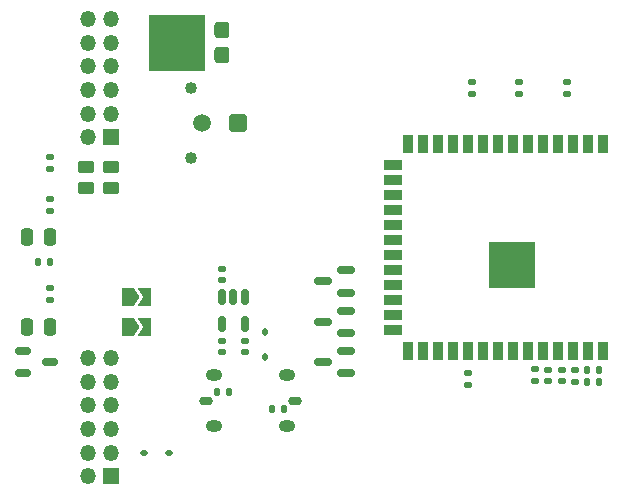
<source format=gbr>
%TF.GenerationSoftware,KiCad,Pcbnew,8.0.4*%
%TF.CreationDate,2024-08-25T16:24:30+03:00*%
%TF.ProjectId,OSSM-integrated-board,4f53534d-2d69-46e7-9465-677261746564,rev?*%
%TF.SameCoordinates,Original*%
%TF.FileFunction,Soldermask,Bot*%
%TF.FilePolarity,Negative*%
%FSLAX46Y46*%
G04 Gerber Fmt 4.6, Leading zero omitted, Abs format (unit mm)*
G04 Created by KiCad (PCBNEW 8.0.4) date 2024-08-25 16:24:30*
%MOMM*%
%LPD*%
G01*
G04 APERTURE LIST*
G04 Aperture macros list*
%AMRoundRect*
0 Rectangle with rounded corners*
0 $1 Rounding radius*
0 $2 $3 $4 $5 $6 $7 $8 $9 X,Y pos of 4 corners*
0 Add a 4 corners polygon primitive as box body*
4,1,4,$2,$3,$4,$5,$6,$7,$8,$9,$2,$3,0*
0 Add four circle primitives for the rounded corners*
1,1,$1+$1,$2,$3*
1,1,$1+$1,$4,$5*
1,1,$1+$1,$6,$7*
1,1,$1+$1,$8,$9*
0 Add four rect primitives between the rounded corners*
20,1,$1+$1,$2,$3,$4,$5,0*
20,1,$1+$1,$4,$5,$6,$7,0*
20,1,$1+$1,$6,$7,$8,$9,0*
20,1,$1+$1,$8,$9,$2,$3,0*%
%AMFreePoly0*
4,1,6,1.000000,0.000000,0.500000,-0.750000,-0.500000,-0.750000,-0.500000,0.750000,0.500000,0.750000,1.000000,0.000000,1.000000,0.000000,$1*%
%AMFreePoly1*
4,1,6,0.500000,-0.750000,-0.650000,-0.750000,-0.150000,0.000000,-0.650000,0.750000,0.500000,0.750000,0.500000,-0.750000,0.500000,-0.750000,$1*%
G04 Aperture macros list end*
%ADD10R,1.350000X1.350000*%
%ADD11O,1.350000X1.350000*%
%ADD12O,1.150000X0.750000*%
%ADD13O,1.400000X1.000000*%
%ADD14C,1.020000*%
%ADD15RoundRect,0.250001X-0.499999X0.499999X-0.499999X-0.499999X0.499999X-0.499999X0.499999X0.499999X0*%
%ADD16C,1.500000*%
%ADD17RoundRect,0.135000X-0.135000X-0.185000X0.135000X-0.185000X0.135000X0.185000X-0.135000X0.185000X0*%
%ADD18RoundRect,0.140000X-0.170000X0.140000X-0.170000X-0.140000X0.170000X-0.140000X0.170000X0.140000X0*%
%ADD19RoundRect,0.135000X-0.185000X0.135000X-0.185000X-0.135000X0.185000X-0.135000X0.185000X0.135000X0*%
%ADD20FreePoly0,0.000000*%
%ADD21FreePoly1,0.000000*%
%ADD22RoundRect,0.150000X-0.512500X-0.150000X0.512500X-0.150000X0.512500X0.150000X-0.512500X0.150000X0*%
%ADD23RoundRect,0.250000X0.450000X-0.262500X0.450000X0.262500X-0.450000X0.262500X-0.450000X-0.262500X0*%
%ADD24RoundRect,0.250000X0.250000X0.475000X-0.250000X0.475000X-0.250000X-0.475000X0.250000X-0.475000X0*%
%ADD25RoundRect,0.140000X0.170000X-0.140000X0.170000X0.140000X-0.170000X0.140000X-0.170000X-0.140000X0*%
%ADD26RoundRect,0.135000X0.185000X-0.135000X0.185000X0.135000X-0.185000X0.135000X-0.185000X-0.135000X0*%
%ADD27RoundRect,0.140000X-0.140000X-0.170000X0.140000X-0.170000X0.140000X0.170000X-0.140000X0.170000X0*%
%ADD28RoundRect,0.150000X-0.150000X0.512500X-0.150000X-0.512500X0.150000X-0.512500X0.150000X0.512500X0*%
%ADD29RoundRect,0.112500X-0.112500X0.187500X-0.112500X-0.187500X0.112500X-0.187500X0.112500X0.187500X0*%
%ADD30RoundRect,0.317500X0.317500X-0.382500X0.317500X0.382500X-0.317500X0.382500X-0.317500X-0.382500X0*%
%ADD31R,4.720000X4.800000*%
%ADD32RoundRect,0.150000X0.587500X0.150000X-0.587500X0.150000X-0.587500X-0.150000X0.587500X-0.150000X0*%
%ADD33RoundRect,0.135000X0.135000X0.185000X-0.135000X0.185000X-0.135000X-0.185000X0.135000X-0.185000X0*%
%ADD34RoundRect,0.250000X-0.250000X-0.475000X0.250000X-0.475000X0.250000X0.475000X-0.250000X0.475000X0*%
%ADD35RoundRect,0.250000X-0.450000X0.262500X-0.450000X-0.262500X0.450000X-0.262500X0.450000X0.262500X0*%
%ADD36R,0.900000X1.500000*%
%ADD37R,1.500000X0.900000*%
%ADD38C,0.600000*%
%ADD39R,3.900000X3.900000*%
%ADD40RoundRect,0.112500X0.187500X0.112500X-0.187500X0.112500X-0.187500X-0.112500X0.187500X-0.112500X0*%
G04 APERTURE END LIST*
D10*
%TO.C,J4*%
X100800000Y-101000000D03*
D11*
X98800000Y-101000000D03*
X100800000Y-99000000D03*
X98800000Y-99000000D03*
X100800000Y-97000000D03*
X98800000Y-97000000D03*
X100800000Y-95000000D03*
X98800000Y-95000000D03*
X100800000Y-93000000D03*
X98800000Y-93000000D03*
X100800000Y-91000000D03*
X98800000Y-91000000D03*
%TD*%
D10*
%TO.C,J5*%
X100800000Y-129700000D03*
D11*
X98800000Y-129700000D03*
X100800000Y-127700000D03*
X98800000Y-127700000D03*
X100800000Y-125700000D03*
X98800000Y-125700000D03*
X100800000Y-123700000D03*
X98800000Y-123700000D03*
X100800000Y-121700000D03*
X98800000Y-121700000D03*
X100800000Y-119700000D03*
X98800000Y-119700000D03*
%TD*%
D12*
%TO.C,J3*%
X108850000Y-123300000D03*
D13*
X109500000Y-121150000D03*
X109500000Y-125450000D03*
X115700000Y-121150000D03*
X115700000Y-125450000D03*
D12*
X116350000Y-123300000D03*
%TD*%
D14*
%TO.C,J1*%
X107560000Y-96800000D03*
X107560000Y-102800000D03*
D15*
X111500000Y-99800000D03*
D16*
X108500000Y-99800000D03*
%TD*%
D17*
%TO.C,R7*%
X114440000Y-124050000D03*
X115460000Y-124050000D03*
%TD*%
D18*
%TO.C,C4*%
X112100000Y-118232500D03*
X112100000Y-119192500D03*
%TD*%
D19*
%TO.C,R20*%
X95600000Y-106190000D03*
X95600000Y-107210000D03*
%TD*%
%TO.C,R21*%
X95600000Y-113752500D03*
X95600000Y-114772500D03*
%TD*%
D20*
%TO.C,JP2*%
X102225000Y-117100000D03*
D21*
X103675000Y-117100000D03*
%TD*%
D19*
%TO.C,R19*%
X95600000Y-102665000D03*
X95600000Y-103685000D03*
%TD*%
D18*
%TO.C,C23*%
X137750000Y-120670000D03*
X137750000Y-121630000D03*
%TD*%
D22*
%TO.C,D10*%
X93300000Y-120962500D03*
X93300000Y-119062500D03*
X95575000Y-120012500D03*
%TD*%
D19*
%TO.C,R17*%
X135350000Y-96340000D03*
X135350000Y-97360000D03*
%TD*%
D23*
%TO.C,R2*%
X100800000Y-105312500D03*
X100800000Y-103487500D03*
%TD*%
D24*
%TO.C,C14*%
X95600000Y-109462500D03*
X93700000Y-109462500D03*
%TD*%
D25*
%TO.C,C1*%
X110200000Y-113092500D03*
X110200000Y-112132500D03*
%TD*%
D26*
%TO.C,R29*%
X131350000Y-97310000D03*
X131350000Y-96290000D03*
%TD*%
D27*
%TO.C,C8*%
X141120000Y-121700000D03*
X142080000Y-121700000D03*
%TD*%
D19*
%TO.C,R12*%
X136700000Y-120640000D03*
X136700000Y-121660000D03*
%TD*%
D28*
%TO.C,U3*%
X110200000Y-114512500D03*
X111150000Y-114512500D03*
X112100000Y-114512500D03*
X112100000Y-116787500D03*
X110200000Y-116787500D03*
%TD*%
D29*
%TO.C,D2*%
X113850000Y-117500000D03*
X113850000Y-119600000D03*
%TD*%
D30*
%TO.C,D1*%
X110165000Y-94040000D03*
X110165000Y-91960000D03*
D31*
X106360000Y-93000000D03*
%TD*%
D19*
%TO.C,R27*%
X140050000Y-120690000D03*
X140050000Y-121710000D03*
%TD*%
%TO.C,R13*%
X131000000Y-120940000D03*
X131000000Y-121960000D03*
%TD*%
D32*
%TO.C,D6*%
X120637500Y-115687500D03*
X120637500Y-117587500D03*
X118762500Y-116637500D03*
%TD*%
D33*
%TO.C,R6*%
X110760000Y-122550000D03*
X109740000Y-122550000D03*
%TD*%
D32*
%TO.C,D5*%
X120637500Y-112250000D03*
X120637500Y-114150000D03*
X118762500Y-113200000D03*
%TD*%
D19*
%TO.C,R18*%
X139350000Y-96340000D03*
X139350000Y-97360000D03*
%TD*%
D20*
%TO.C,JP1*%
X102225000Y-114550000D03*
D21*
X103675000Y-114550000D03*
%TD*%
D34*
%TO.C,C15*%
X93700000Y-117062500D03*
X95600000Y-117062500D03*
%TD*%
D18*
%TO.C,C2*%
X110200000Y-118232500D03*
X110200000Y-119192500D03*
%TD*%
D33*
%TO.C,R22*%
X95610000Y-111562500D03*
X94590000Y-111562500D03*
%TD*%
D27*
%TO.C,C7*%
X141120000Y-120700000D03*
X142080000Y-120700000D03*
%TD*%
D18*
%TO.C,C22*%
X139000000Y-120670000D03*
X139000000Y-121630000D03*
%TD*%
D35*
%TO.C,R1*%
X98700000Y-103487500D03*
X98700000Y-105312500D03*
%TD*%
D36*
%TO.C,U1*%
X142410000Y-119100000D03*
X141140000Y-119100000D03*
X139870000Y-119100000D03*
X138600000Y-119100000D03*
X137330000Y-119100000D03*
X136060000Y-119100000D03*
X134790000Y-119100000D03*
X133520000Y-119100000D03*
X132250000Y-119100000D03*
X130980000Y-119100000D03*
X129710000Y-119100000D03*
X128440000Y-119100000D03*
X127170000Y-119100000D03*
X125900000Y-119100000D03*
D37*
X124650000Y-117335000D03*
X124650000Y-116065000D03*
X124650000Y-114795000D03*
X124650000Y-113525000D03*
X124650000Y-112255000D03*
X124650000Y-110985000D03*
X124650000Y-109715000D03*
X124650000Y-108445000D03*
X124650000Y-107175000D03*
X124650000Y-105905000D03*
X124650000Y-104635000D03*
X124650000Y-103365000D03*
D36*
X125900000Y-101600000D03*
X127170000Y-101600000D03*
X128440000Y-101600000D03*
X129710000Y-101600000D03*
X130980000Y-101600000D03*
X132250000Y-101600000D03*
X133520000Y-101600000D03*
X134790000Y-101600000D03*
X136060000Y-101600000D03*
X137330000Y-101600000D03*
X138600000Y-101600000D03*
X139870000Y-101600000D03*
X141140000Y-101600000D03*
X142410000Y-101600000D03*
D38*
X133990000Y-113250000D03*
X135390000Y-113250000D03*
X133290000Y-112550000D03*
X134690000Y-112550000D03*
X136090000Y-112550000D03*
X133990000Y-111850000D03*
D39*
X134690000Y-111850000D03*
D38*
X135390000Y-111850000D03*
X133290000Y-111150000D03*
X134690000Y-111150000D03*
X136090000Y-111150000D03*
X133990000Y-110450000D03*
X135390000Y-110450000D03*
%TD*%
D32*
%TO.C,D7*%
X120637500Y-119100000D03*
X120637500Y-121000000D03*
X118762500Y-120050000D03*
%TD*%
D40*
%TO.C,D3*%
X105700000Y-127700000D03*
X103600000Y-127700000D03*
%TD*%
M02*

</source>
